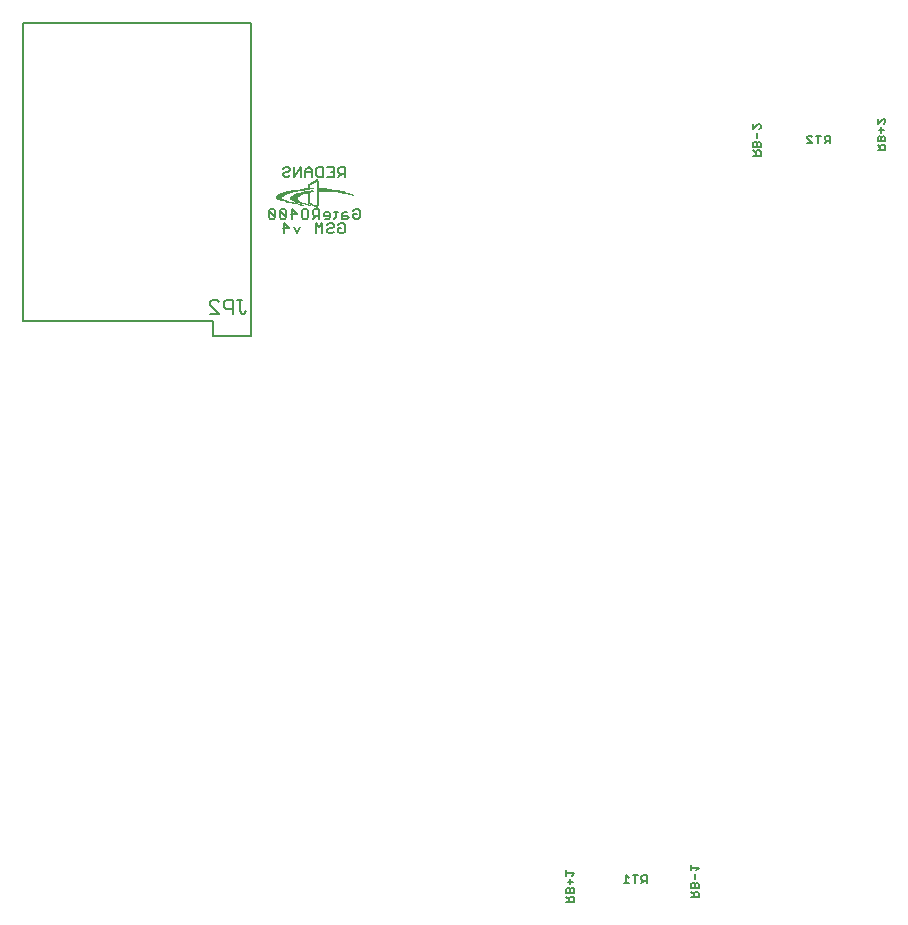
<source format=gbo>
G75*
%MOIN*%
%OFA0B0*%
%FSLAX24Y24*%
%IPPOS*%
%LPD*%
%AMOC8*
5,1,8,0,0,1.08239X$1,22.5*
%
%ADD10R,0.0060X0.0020*%
%ADD11R,0.0100X0.0020*%
%ADD12R,0.0140X0.0020*%
%ADD13R,0.0120X0.0020*%
%ADD14R,0.0080X0.0020*%
%ADD15R,0.0160X0.0020*%
%ADD16R,0.0180X0.0020*%
%ADD17R,0.0040X0.0020*%
%ADD18R,0.0200X0.0020*%
%ADD19R,0.0220X0.0020*%
%ADD20R,0.0240X0.0020*%
%ADD21R,0.0260X0.0020*%
%ADD22R,0.0280X0.0020*%
%ADD23R,0.0300X0.0020*%
%ADD24R,0.0340X0.0020*%
%ADD25R,0.0320X0.0020*%
%ADD26R,0.0480X0.0020*%
%ADD27R,0.0860X0.0020*%
%ADD28R,0.0760X0.0020*%
%ADD29R,0.0640X0.0020*%
%ADD30R,0.0360X0.0020*%
%ADD31R,0.0500X0.0020*%
%ADD32C,0.0070*%
%ADD33C,0.0060*%
%ADD34C,0.0050*%
D10*
X025556Y028316D03*
X025536Y028356D03*
X025536Y028376D03*
X025536Y028396D03*
X025536Y028416D03*
X025536Y028436D03*
X025536Y028456D03*
X025536Y028476D03*
X025536Y028496D03*
X025536Y028516D03*
X025536Y028536D03*
X025536Y028556D03*
X025536Y028576D03*
X025536Y028596D03*
X025536Y028776D03*
X025536Y028796D03*
X025536Y028816D03*
X025536Y028836D03*
X025556Y028856D03*
X025856Y028856D03*
X025856Y028836D03*
X025856Y028816D03*
X025856Y028796D03*
X025856Y028776D03*
X025856Y028876D03*
X025856Y028896D03*
X025856Y028916D03*
X025856Y028936D03*
X025856Y028956D03*
X025856Y028976D03*
X025856Y028996D03*
X025856Y028656D03*
X025856Y028636D03*
X025856Y028616D03*
X025856Y028596D03*
X025856Y028576D03*
X025856Y028556D03*
X025856Y028536D03*
X025856Y028516D03*
X025856Y028496D03*
X025856Y028476D03*
X025856Y028456D03*
X025856Y028436D03*
X025856Y028416D03*
X025856Y028396D03*
X025856Y028376D03*
X025856Y028356D03*
X025856Y028336D03*
X025856Y028316D03*
X025856Y028296D03*
X025856Y028276D03*
X025856Y028256D03*
X025856Y028236D03*
X025856Y028216D03*
X025856Y028196D03*
X025816Y028136D03*
X026976Y028556D03*
D11*
X026916Y028576D03*
X025816Y028156D03*
X025656Y028236D03*
X025596Y028276D03*
X025576Y028216D03*
X025576Y028896D03*
X025696Y028956D03*
X025756Y028996D03*
X025816Y029036D03*
D12*
X025796Y028176D03*
X025256Y028296D03*
X025236Y028236D03*
X025036Y028276D03*
X026856Y028596D03*
D13*
X025806Y029016D03*
X025726Y028976D03*
X025666Y028936D03*
X025706Y028216D03*
X025746Y028196D03*
X025486Y028236D03*
X025386Y028256D03*
X025326Y028216D03*
D14*
X025566Y028296D03*
X025626Y028256D03*
X025666Y028696D03*
X025566Y028876D03*
X025626Y028916D03*
D15*
X025306Y028276D03*
X025126Y028256D03*
X024806Y028336D03*
X024746Y028356D03*
D16*
X024676Y028376D03*
X024596Y028416D03*
X024876Y028316D03*
X024936Y028296D03*
X025156Y028336D03*
X025196Y028316D03*
X025616Y028676D03*
D17*
X025686Y028776D03*
X025826Y029056D03*
X025546Y028336D03*
X027026Y028536D03*
D18*
X026766Y028616D03*
X025106Y028356D03*
X024626Y028396D03*
X024566Y028436D03*
X024566Y028456D03*
X024566Y028476D03*
D19*
X024576Y028496D03*
X025096Y028376D03*
D20*
X025066Y028396D03*
X025066Y028416D03*
X025046Y028436D03*
X024606Y028536D03*
X024586Y028516D03*
D21*
X024636Y028556D03*
X024676Y028576D03*
X024776Y028616D03*
X025056Y028476D03*
X025056Y028456D03*
X025076Y028496D03*
X025136Y028536D03*
D22*
X025106Y028516D03*
X025186Y028556D03*
X025226Y028576D03*
X024926Y028656D03*
X024726Y028596D03*
X026666Y028636D03*
D23*
X025556Y028756D03*
X025296Y028596D03*
X025036Y028676D03*
D24*
X025396Y028616D03*
X025456Y028636D03*
D25*
X025546Y028656D03*
X025126Y028696D03*
X024846Y028636D03*
X025986Y028756D03*
D26*
X026506Y028656D03*
D27*
X026256Y028676D03*
D28*
X026206Y028696D03*
D29*
X026146Y028716D03*
D30*
X025426Y028736D03*
X025246Y028716D03*
D31*
X026076Y028736D03*
D32*
X026014Y029171D02*
X025849Y029171D01*
X025794Y029226D01*
X025794Y029446D01*
X025849Y029502D01*
X026014Y029502D01*
X026014Y029171D01*
X026162Y029171D02*
X026382Y029171D01*
X026382Y029502D01*
X026162Y029502D01*
X026272Y029336D02*
X026382Y029336D01*
X026530Y029336D02*
X026586Y029281D01*
X026751Y029281D01*
X026751Y029171D02*
X026751Y029502D01*
X026586Y029502D01*
X026530Y029446D01*
X026530Y029336D01*
X026641Y029281D02*
X026530Y029171D01*
X025646Y029171D02*
X025646Y029391D01*
X025536Y029502D01*
X025426Y029391D01*
X025426Y029171D01*
X025277Y029171D02*
X025277Y029502D01*
X025057Y029171D01*
X025057Y029502D01*
X024909Y029446D02*
X024909Y029391D01*
X024854Y029336D01*
X024744Y029336D01*
X024689Y029281D01*
X024689Y029226D01*
X024744Y029171D01*
X024854Y029171D01*
X024909Y029226D01*
X024909Y029446D02*
X024854Y029502D01*
X024744Y029502D01*
X024689Y029446D01*
X025426Y029336D02*
X025646Y029336D01*
X025732Y028100D02*
X025677Y028045D01*
X025677Y027934D01*
X025732Y027879D01*
X025897Y027879D01*
X025897Y027769D02*
X025897Y028100D01*
X025732Y028100D01*
X025529Y028045D02*
X025474Y028100D01*
X025364Y028100D01*
X025309Y028045D01*
X025309Y027824D01*
X025364Y027769D01*
X025474Y027769D01*
X025529Y027824D01*
X025529Y028045D01*
X025787Y027879D02*
X025677Y027769D01*
X025781Y027627D02*
X025781Y027297D01*
X026001Y027297D02*
X026001Y027627D01*
X025891Y027517D01*
X025781Y027627D01*
X026100Y027769D02*
X026211Y027769D01*
X026266Y027824D01*
X026266Y027934D01*
X026211Y027990D01*
X026100Y027990D01*
X026045Y027934D01*
X026045Y027879D01*
X026266Y027879D01*
X026401Y027769D02*
X026456Y027824D01*
X026456Y028045D01*
X026511Y027990D02*
X026401Y027990D01*
X026659Y027934D02*
X026659Y027769D01*
X026824Y027769D01*
X026879Y027824D01*
X026824Y027879D01*
X026659Y027879D01*
X026659Y027934D02*
X026714Y027990D01*
X026824Y027990D01*
X027028Y028045D02*
X027083Y028100D01*
X027193Y028100D01*
X027248Y028045D01*
X027248Y027824D01*
X027193Y027769D01*
X027083Y027769D01*
X027028Y027824D01*
X027028Y027934D01*
X027138Y027934D01*
X026738Y027572D02*
X026738Y027352D01*
X026683Y027297D01*
X026573Y027297D01*
X026518Y027352D01*
X026518Y027462D01*
X026628Y027462D01*
X026738Y027572D02*
X026683Y027627D01*
X026573Y027627D01*
X026518Y027572D01*
X026370Y027572D02*
X026370Y027517D01*
X026315Y027462D01*
X026205Y027462D01*
X026150Y027407D01*
X026150Y027352D01*
X026205Y027297D01*
X026315Y027297D01*
X026370Y027352D01*
X026370Y027572D02*
X026315Y027627D01*
X026205Y027627D01*
X026150Y027572D01*
X025265Y027517D02*
X025155Y027297D01*
X025045Y027517D01*
X024896Y027462D02*
X024676Y027462D01*
X024731Y027297D02*
X024731Y027627D01*
X024896Y027462D01*
X024996Y027769D02*
X024996Y028100D01*
X025161Y027934D01*
X024940Y027934D01*
X024792Y027824D02*
X024572Y028045D01*
X024572Y027824D01*
X024627Y027769D01*
X024737Y027769D01*
X024792Y027824D01*
X024792Y028045D01*
X024737Y028100D01*
X024627Y028100D01*
X024572Y028045D01*
X024424Y028045D02*
X024369Y028100D01*
X024259Y028100D01*
X024204Y028045D01*
X024424Y027824D01*
X024369Y027769D01*
X024259Y027769D01*
X024204Y027824D01*
X024204Y028045D01*
X024424Y028045D02*
X024424Y027824D01*
D33*
X016002Y034063D02*
X016002Y034313D01*
X040349Y030943D02*
X040349Y030769D01*
X040523Y030943D01*
X040566Y030943D01*
X040610Y030899D01*
X040610Y030812D01*
X040566Y030769D01*
X040479Y030648D02*
X040479Y030474D01*
X040436Y030353D02*
X040393Y030353D01*
X040349Y030310D01*
X040349Y030180D01*
X040610Y030180D01*
X040610Y030310D01*
X040566Y030353D01*
X040523Y030353D01*
X040479Y030310D01*
X040479Y030180D01*
X040479Y030059D02*
X040436Y030015D01*
X040436Y029885D01*
X040349Y029885D02*
X040610Y029885D01*
X040610Y030015D01*
X040566Y030059D01*
X040479Y030059D01*
X040436Y029972D02*
X040349Y030059D01*
X040479Y030310D02*
X040436Y030353D01*
X042148Y030295D02*
X042321Y030295D01*
X042148Y030468D01*
X042148Y030512D01*
X042191Y030555D01*
X042278Y030555D01*
X042321Y030512D01*
X042443Y030555D02*
X042616Y030555D01*
X042529Y030555D02*
X042529Y030295D01*
X042737Y030295D02*
X042824Y030382D01*
X042781Y030382D02*
X042911Y030382D01*
X042911Y030295D02*
X042911Y030555D01*
X042781Y030555D01*
X042737Y030512D01*
X042737Y030425D01*
X042781Y030382D01*
X044504Y030358D02*
X044504Y030488D01*
X044547Y030532D01*
X044591Y030532D01*
X044634Y030488D01*
X044634Y030358D01*
X044634Y030237D02*
X044591Y030194D01*
X044591Y030064D01*
X044591Y030150D02*
X044504Y030237D01*
X044504Y030358D02*
X044764Y030358D01*
X044764Y030488D01*
X044721Y030532D01*
X044677Y030532D01*
X044634Y030488D01*
X044634Y030653D02*
X044634Y030826D01*
X044721Y030740D02*
X044547Y030740D01*
X044504Y030948D02*
X044677Y031121D01*
X044721Y031121D01*
X044764Y031078D01*
X044764Y030991D01*
X044721Y030948D01*
X044504Y030948D02*
X044504Y031121D01*
X044634Y030237D02*
X044721Y030237D01*
X044764Y030194D01*
X044764Y030064D01*
X044504Y030064D01*
X038284Y006239D02*
X038284Y006066D01*
X038284Y006153D02*
X038544Y006153D01*
X038457Y006066D01*
X038414Y005945D02*
X038414Y005771D01*
X038457Y005650D02*
X038414Y005607D01*
X038414Y005476D01*
X038414Y005355D02*
X038370Y005312D01*
X038370Y005182D01*
X038284Y005182D02*
X038544Y005182D01*
X038544Y005312D01*
X038500Y005355D01*
X038414Y005355D01*
X038370Y005269D02*
X038284Y005355D01*
X038284Y005476D02*
X038284Y005607D01*
X038327Y005650D01*
X038370Y005650D01*
X038414Y005607D01*
X038457Y005650D02*
X038500Y005650D01*
X038544Y005607D01*
X038544Y005476D01*
X038284Y005476D01*
X036806Y005631D02*
X036806Y005891D01*
X036676Y005891D01*
X036633Y005847D01*
X036633Y005761D01*
X036676Y005717D01*
X036806Y005717D01*
X036719Y005717D02*
X036633Y005631D01*
X036425Y005631D02*
X036425Y005891D01*
X036512Y005891D02*
X036338Y005891D01*
X036217Y005804D02*
X036130Y005891D01*
X036130Y005631D01*
X036217Y005631D02*
X036043Y005631D01*
X034389Y005428D02*
X034346Y005471D01*
X034302Y005471D01*
X034259Y005428D01*
X034259Y005298D01*
X034259Y005177D02*
X034216Y005133D01*
X034216Y005003D01*
X034216Y005090D02*
X034129Y005177D01*
X034129Y005298D02*
X034129Y005428D01*
X034172Y005471D01*
X034216Y005471D01*
X034259Y005428D01*
X034389Y005428D02*
X034389Y005298D01*
X034129Y005298D01*
X034259Y005177D02*
X034346Y005177D01*
X034389Y005133D01*
X034389Y005003D01*
X034129Y005003D01*
X034259Y005593D02*
X034259Y005766D01*
X034346Y005679D02*
X034172Y005679D01*
X034129Y005887D02*
X034129Y006061D01*
X034129Y005974D02*
X034389Y005974D01*
X034302Y005887D01*
D34*
X023620Y023880D02*
X022340Y023880D01*
X022340Y024372D01*
X016002Y024372D01*
X016002Y034313D01*
X023620Y034313D01*
X023620Y023880D01*
X023390Y024614D02*
X023315Y024614D01*
X023240Y024689D01*
X023240Y025065D01*
X023315Y025065D02*
X023165Y025065D01*
X023005Y025065D02*
X022780Y025065D01*
X022705Y024990D01*
X022705Y024839D01*
X022780Y024764D01*
X023005Y024764D01*
X023005Y024614D02*
X023005Y025065D01*
X022545Y024990D02*
X022470Y025065D01*
X022320Y025065D01*
X022245Y024990D01*
X022245Y024915D01*
X022545Y024614D01*
X022245Y024614D01*
X023390Y024614D02*
X023466Y024689D01*
M02*

</source>
